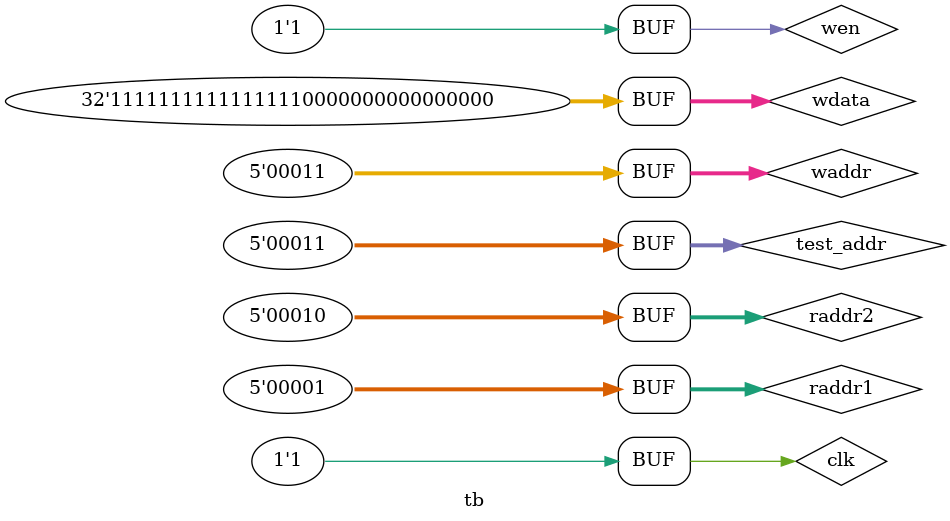
<source format=v>
`timescale 1ns / 1ps


module tb;

    
    wire wen = 1;
    reg clk;
    reg  [4 :0] raddr1;
    reg  [4 :0] raddr2;
    reg  [4 :0] waddr;
    reg  [31:0] wdata;
    wire  [31:0] rdata1;
    wire  [31:0] rdata2;
    wire  [31:0] test_data;  
    reg  [4 :0] test_addr;
    regfile rf_module(
        .clk   (clk   ),
        .wen   (wen   ),
        .raddr1(raddr1),
        .raddr2(raddr2),
        .waddr (waddr ),
        .wdata (wdata ),
        .rdata1(rdata1),
        .rdata2(rdata2),
        .test_addr(test_addr),
        .test_data(test_data)
    );

    initial begin
        // Initialize Inputs
        clk = 0;
        raddr1 = 5'd1;
        raddr2 = 5'd2;
        test_addr = 5'd3;

        #10;
        clk = 1;
        waddr = 5'd1;
        wdata = 32'HFFFFFFFF;
        
        #10;
        clk = 0;

        #10;
        clk = 1;
        waddr = 5'd2;
        wdata = 32'H0000FFFF;
        
        #10;
        clk = 0;

        #10;
        clk = 1;
        waddr = 5'd3;
        wdata = 32'HFFFF0000;
    end
endmodule

</source>
